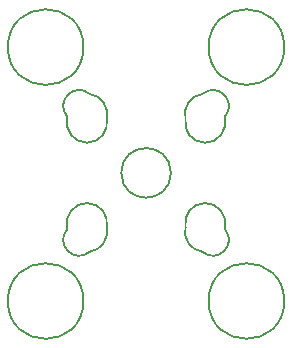
<source format=gbr>
%TF.GenerationSoftware,KiCad,Pcbnew,7.0.7*%
%TF.CreationDate,2023-09-04T20:44:38-04:00*%
%TF.ProjectId,minimal,6d696e69-6d61-46c2-9e6b-696361645f70,rev?*%
%TF.SameCoordinates,Original*%
%TF.FileFunction,Other,Comment*%
%FSLAX46Y46*%
G04 Gerber Fmt 4.6, Leading zero omitted, Abs format (unit mm)*
G04 Created by KiCad (PCBNEW 7.0.7) date 2023-09-04 20:44:38*
%MOMM*%
%LPD*%
G01*
G04 APERTURE LIST*
%ADD10C,0.150000*%
%ADD11C,0.200000*%
G04 APERTURE END LIST*
D10*
%TO.C,H1*%
X6700000Y-3500000D02*
G75*
G03*
X6700000Y-3500000I-3200000J0D01*
G01*
D11*
%TO.C,U1*%
X7216695Y-7463867D02*
G75*
G03*
X5313869Y-9366693I-873549J-1029277D01*
G01*
X5341878Y-18775000D02*
G75*
G03*
X5313869Y-18933306I1656170J-374656D01*
G01*
X5313870Y-9366693D02*
G75*
G03*
X5341879Y-9525000I1686875J216825D01*
G01*
X8658126Y-18775000D02*
G75*
G03*
X5341878Y-18775000I-1658124J375000D01*
G01*
X8658125Y-9525000D02*
G75*
G03*
X7216695Y-7463868I-1658113J375007D01*
G01*
X5313869Y-18933306D02*
G75*
G03*
X7216695Y-20836133I1029287J-873539D01*
G01*
X5341878Y-9525000D02*
G75*
G03*
X8658126Y-9525000I1658124J-375000D01*
G01*
X7216695Y-20836133D02*
G75*
G03*
X8658126Y-18775000I-216686J1686128D01*
G01*
X16783308Y-7463869D02*
G75*
G03*
X15341878Y-9525000I216692J-1686131D01*
G01*
X18658126Y-18775000D02*
G75*
G03*
X15341878Y-18775000I-1658124J375000D01*
G01*
X18686133Y-9366691D02*
G75*
G03*
X16783309Y-7463868I-1029233J873591D01*
G01*
X15341877Y-18775000D02*
G75*
G03*
X16783308Y-20836132I1658123J-375000D01*
G01*
X15341878Y-9525000D02*
G75*
G03*
X18658126Y-9525000I1658124J-375000D01*
G01*
X18686134Y-18933306D02*
G75*
G03*
X18658126Y-18775000I-1687834J-216994D01*
G01*
X18658124Y-9524999D02*
G75*
G03*
X18686134Y-9366693I-1658024J374999D01*
G01*
X16783308Y-20836133D02*
G75*
G03*
X18686135Y-18933306I873547J1029280D01*
G01*
X14100002Y-14150000D02*
G75*
G03*
X14100002Y-14150000I-2100000J0D01*
G01*
D10*
%TO.C,H2*%
X23700000Y-3500000D02*
G75*
G03*
X23700000Y-3500000I-3200000J0D01*
G01*
%TO.C,H3*%
X6700000Y-25000000D02*
G75*
G03*
X6700000Y-25000000I-3200000J0D01*
G01*
%TO.C,H4*%
X23700000Y-25000000D02*
G75*
G03*
X23700000Y-25000000I-3200000J0D01*
G01*
%TD*%
M02*

</source>
